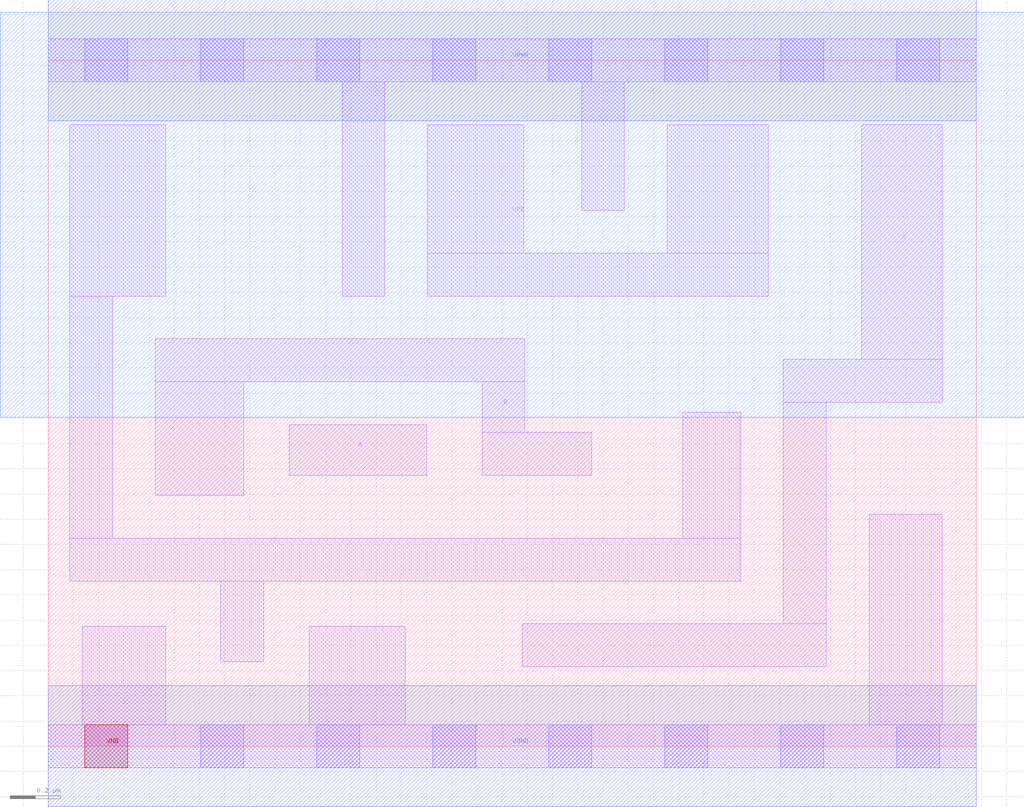
<source format=lef>
# Copyright 2020 The SkyWater PDK Authors
#
# Licensed under the Apache License, Version 2.0 (the "License");
# you may not use this file except in compliance with the License.
# You may obtain a copy of the License at
#
#     https://www.apache.org/licenses/LICENSE-2.0
#
# Unless required by applicable law or agreed to in writing, software
# distributed under the License is distributed on an "AS IS" BASIS,
# WITHOUT WARRANTIES OR CONDITIONS OF ANY KIND, either express or implied.
# See the License for the specific language governing permissions and
# limitations under the License.
#
# SPDX-License-Identifier: Apache-2.0

VERSION 5.7 ;
  NOWIREEXTENSIONATPIN ON ;
  DIVIDERCHAR "/" ;
  BUSBITCHARS "[]" ;
PROPERTYDEFINITIONS
  MACRO maskLayoutSubType STRING ;
  MACRO prCellType STRING ;
  MACRO originalViewName STRING ;
END PROPERTYDEFINITIONS
MACRO sky130_fd_sc_hdll__xor2_1
  CLASS CORE ;
  FOREIGN sky130_fd_sc_hdll__xor2_1 ;
  ORIGIN  0.000000  0.000000 ;
  SIZE  3.680000 BY  2.720000 ;
  SYMMETRY X Y R90 ;
  SITE unithd ;
  PIN A
    ANTENNAGATEAREA  0.555000 ;
    DIRECTION INPUT ;
    USE SIGNAL ;
    PORT
      LAYER li1 ;
        RECT 0.955000 1.075000 1.500000 1.275000 ;
    END
  END A
  PIN B
    ANTENNAGATEAREA  0.555000 ;
    DIRECTION INPUT ;
    USE SIGNAL ;
    PORT
      LAYER li1 ;
        RECT 0.425000 0.995000 0.775000 1.445000 ;
        RECT 0.425000 1.445000 1.890000 1.615000 ;
        RECT 1.720000 1.075000 2.155000 1.245000 ;
        RECT 1.720000 1.245000 1.890000 1.445000 ;
    END
  END B
  PIN VNB
    PORT
      LAYER pwell ;
        RECT 0.145000 -0.085000 0.315000 0.085000 ;
    END
  END VNB
  PIN VPB
    PORT
      LAYER nwell ;
        RECT -0.190000 1.305000 3.870000 2.910000 ;
    END
  END VPB
  PIN X
    ANTENNADIFFAREA  0.996000 ;
    DIRECTION OUTPUT ;
    USE SIGNAL ;
    PORT
      LAYER li1 ;
        RECT 1.880000 0.315000 3.085000 0.485000 ;
        RECT 2.915000 0.485000 3.085000 1.365000 ;
        RECT 2.915000 1.365000 3.545000 1.535000 ;
        RECT 3.225000 1.535000 3.545000 2.465000 ;
    END
  END X
  PIN VGND
    DIRECTION INOUT ;
    USE GROUND ;
    PORT
      LAYER met1 ;
        RECT 0.000000 -0.240000 3.680000 0.240000 ;
    END
  END VGND
  PIN VPWR
    DIRECTION INOUT ;
    USE POWER ;
    PORT
      LAYER met1 ;
        RECT 0.000000 2.480000 3.680000 2.960000 ;
    END
  END VPWR
  OBS
    LAYER li1 ;
      RECT 0.000000 -0.085000 3.680000 0.085000 ;
      RECT 0.000000  2.635000 3.680000 2.805000 ;
      RECT 0.085000  0.655000 2.745000 0.825000 ;
      RECT 0.085000  0.825000 0.255000 1.785000 ;
      RECT 0.085000  1.785000 0.465000 2.465000 ;
      RECT 0.135000  0.085000 0.465000 0.475000 ;
      RECT 0.685000  0.335000 0.855000 0.655000 ;
      RECT 1.035000  0.085000 1.415000 0.475000 ;
      RECT 1.165000  1.785000 1.335000 2.635000 ;
      RECT 1.505000  1.785000 2.855000 1.955000 ;
      RECT 1.505000  1.955000 1.885000 2.465000 ;
      RECT 2.115000  2.125000 2.285000 2.635000 ;
      RECT 2.455000  1.955000 2.855000 2.465000 ;
      RECT 2.515000  0.825000 2.745000 1.325000 ;
      RECT 3.255000  0.085000 3.545000 0.920000 ;
    LAYER mcon ;
      RECT 0.145000 -0.085000 0.315000 0.085000 ;
      RECT 0.145000  2.635000 0.315000 2.805000 ;
      RECT 0.605000 -0.085000 0.775000 0.085000 ;
      RECT 0.605000  2.635000 0.775000 2.805000 ;
      RECT 1.065000 -0.085000 1.235000 0.085000 ;
      RECT 1.065000  2.635000 1.235000 2.805000 ;
      RECT 1.525000 -0.085000 1.695000 0.085000 ;
      RECT 1.525000  2.635000 1.695000 2.805000 ;
      RECT 1.985000 -0.085000 2.155000 0.085000 ;
      RECT 1.985000  2.635000 2.155000 2.805000 ;
      RECT 2.445000 -0.085000 2.615000 0.085000 ;
      RECT 2.445000  2.635000 2.615000 2.805000 ;
      RECT 2.905000 -0.085000 3.075000 0.085000 ;
      RECT 2.905000  2.635000 3.075000 2.805000 ;
      RECT 3.365000 -0.085000 3.535000 0.085000 ;
      RECT 3.365000  2.635000 3.535000 2.805000 ;
  END
  PROPERTY maskLayoutSubType "abstract" ;
  PROPERTY prCellType "standard" ;
  PROPERTY originalViewName "layout" ;
END sky130_fd_sc_hdll__xor2_1
END LIBRARY

</source>
